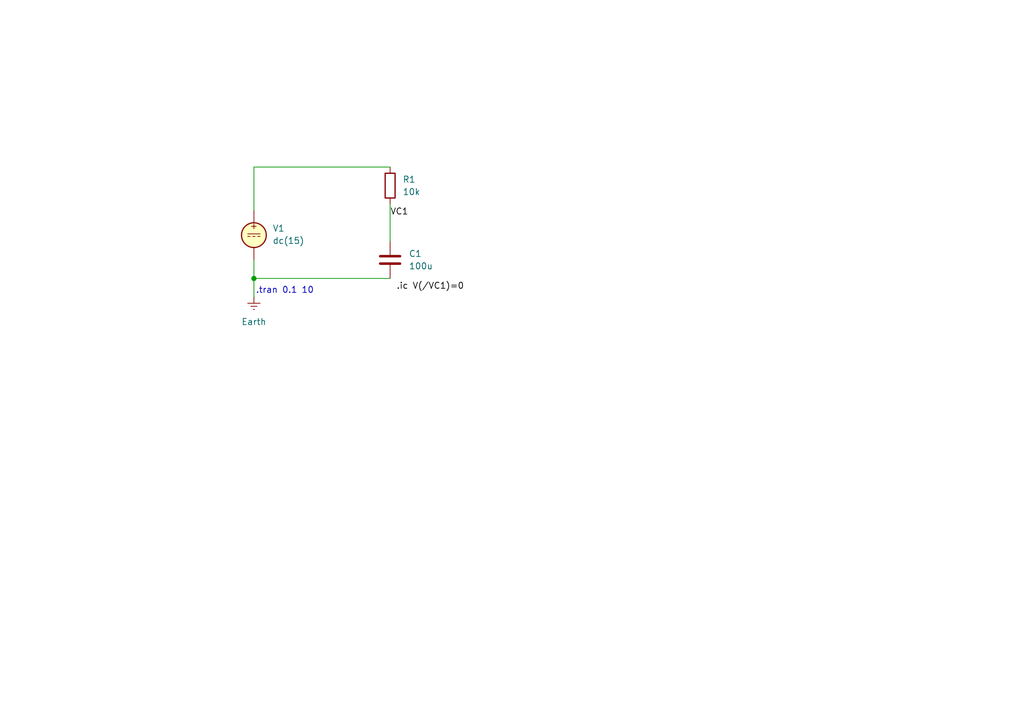
<source format=kicad_sch>
(kicad_sch (version 20231120) (generator "eeschema") (generator_version "8.0")
  (paper "A5")
  (lib_symbols
    (symbol "Device:C" (pin_numbers hide) (pin_names (offset 0.254))
      (property "Reference" "C" (at 0.635 2.54 0))
      (property "Value" "C" (at 0.635 -2.54 0))
      (symbol "C_0_1"
        (polyline (pts (xy -2.032 -0.762) (xy 2.032 -0.762)) (stroke (width 0.508)))
        (polyline (pts (xy -2.032 0.762) (xy 2.032 0.762)) (stroke (width 0.508)))
      )
      (symbol "C_1_1"
        (pin passive line (at 0 3.81 270) (length 2.794) (name "~") (number "1"))
        (pin passive line (at 0 -3.81 90) (length 2.794) (name "~") (number "2"))
      )
    )
    (symbol "Device:R" (pin_numbers hide) (pin_names (offset 0))
      (property "Reference" "R" (at 2.032 0 90))
      (property "Value" "R" (at 0 0 90))
      (symbol "R_0_1"
        (rectangle (start -1.016 -2.54) (end 1.016 2.54) (stroke (width 0.254)))
      )
      (symbol "R_1_1"
        (pin passive line (at 0 3.81 270) (length 1.27) (name "~") (number "1"))
        (pin passive line (at 0 -3.81 90) (length 1.27) (name "~") (number "2"))
      )
    )
    (symbol "Simulation_SPICE:VDC" (pin_numbers hide) (pin_names (offset 0.0254))
      (property "Reference" "V" (at 2.54 2.54 0))
      (property "Value" "1" (at 2.54 0 0))
      (symbol "VDC_0_0"
        (polyline (pts (xy -1.27 0.254) (xy 1.27 0.254)))
        (polyline (pts (xy -0.762 -0.254) (xy -1.27 -0.254)))
        (polyline (pts (xy 0.254 -0.254) (xy -0.254 -0.254)))
        (polyline (pts (xy 1.27 -0.254) (xy 0.762 -0.254)))
        (text "+" (at 0 1.905 0) (effects (font (size 1.27 1.27))))
      )
      (symbol "VDC_0_1"
        (circle (center 0 0) (radius 2.54) (stroke (width 0.254)) (fill (type background)))
      )
      (symbol "VDC_1_1"
        (pin passive line (at 0 5.08 270) (length 2.54) (name "~") (number "1"))
        (pin passive line (at 0 -5.08 90) (length 2.54) (name "~") (number "2"))
      )
    )
    (symbol "power:Earth" (power) (pin_numbers hide) (pin_names (offset 0) hide)
      (property "Value" "Earth" (at 0 -3.81 0))
      (symbol "Earth_0_1"
        (polyline (pts (xy -0.635 -1.905) (xy 0.635 -1.905)))
        (polyline (pts (xy -0.127 -2.54) (xy 0.127 -2.54)))
        (polyline (pts (xy 0 -1.27) (xy 0 0)))
        (polyline (pts (xy 1.27 -1.27) (xy -1.27 -1.27)))
      )
      (symbol "Earth_1_1"
        (pin power_in line (at 0 0 270) (length 0) (name "~") (number "1"))
      )
    )
  )
  (junction (at 52.07 57.15))
  (wire (pts (xy 80.01 41.91) (xy 80.01 49.53)))
  (wire (pts (xy 52.07 53.34) (xy 52.07 57.15)))
  (wire (pts (xy 52.07 57.15) (xy 80.01 57.15)))
  (wire (pts (xy 52.07 43.18) (xy 52.07 34.29)))
  (wire (pts (xy 52.07 60.96) (xy 52.07 57.15)))
  (wire (pts (xy 52.07 34.29) (xy 80.01 34.29)))
  (text ".tran 0.1 10\n" (at 58.42 59.69 0) (effects (font (size 1.27 1.27))))
  (label ".ic V({slash}VC1)=0" (at 81.28 59.69 0))
  (label "VC1" (at 80.01 44.45 0))
  (symbol (lib_id "power:Earth") (at 52.07 60.96 0) (unit 1)
    (property "Reference" "#PWR01" (effects (hide yes)))
    (property "Value" "Earth" (at 52.07 66.04 0))
    (property "Description" "Power symbol creates a global label with name \"Earth\"" (effects (hide yes)))
  )
  (symbol (lib_id "Device:C") (at 80.01 53.34 0) (unit 1)
    (property "Reference" "C1" (at 83.82 52.0699 0) (effects (justify left)))
    (property "Value" "100u" (at 83.82 54.6099 0) (effects (justify left)))
    (property "Description" "Unpolarized capacitor" (effects (hide yes)))
  )
  (symbol (lib_id "Device:R") (at 80.01 38.1 0) (unit 1)
    (property "Reference" "R1" (at 82.55 36.8299 0) (effects (justify left)))
    (property "Value" "10k" (at 82.55 39.3699 0) (effects (justify left)))
    (property "Description" "Resistor" (effects (hide yes)))
  )
  (symbol (lib_id "Simulation_SPICE:VDC") (at 52.07 48.26 0) (unit 1)
    (property "Reference" "V1" (at 55.88 46.8601 0) (effects (justify left)))
    (property "Value" "dc(15)" (at 55.88 49.4001 0) (effects (justify left)))
    (property "Datasheet" "https://ngspice.sourceforge.io/docs/ngspice-html-manual/manual.xhtml#sec_Independent_Sources_for" (effects (hide yes)))
    (property "Description" "Voltage source, DC" (effects (hide yes)))
    (property "Sim.Pins" "1=+ 2=-" (effects (hide yes)))
    (property "Sim.Type" "DC" (effects (hide yes)))
    (property "Sim.Device" "V" (effects (hide yes)))
  )
)
</source>
